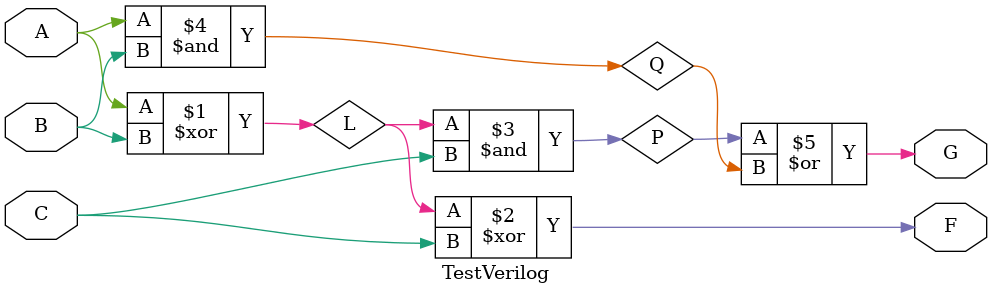
<source format=v>
module TestVerilog(input A,B,C,output F,G);
//Full Adder
	
	
	
	xor (L,A,B);
	xor (F,L,C);
	
	and (P,L,C);
	and (Q,A,B);
	
	or  (G,P,Q);

endmodule
</source>
